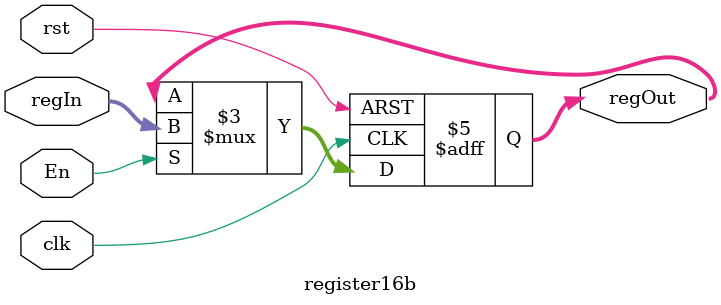
<source format=v>
module register16b (
	clk,
	rst,
	En,
	regIn,
	regOut
);
	input clk;
	input rst;
	input En;
	input [7:0] regIn;
	output reg [7:0] regOut;
	
	always @(posedge clk,posedge rst) begin
		if(rst)
			regOut <= 8'b0;
		else begin
			if(En==1)
				regOut <= regIn;
		end

	end

endmodule


</source>
